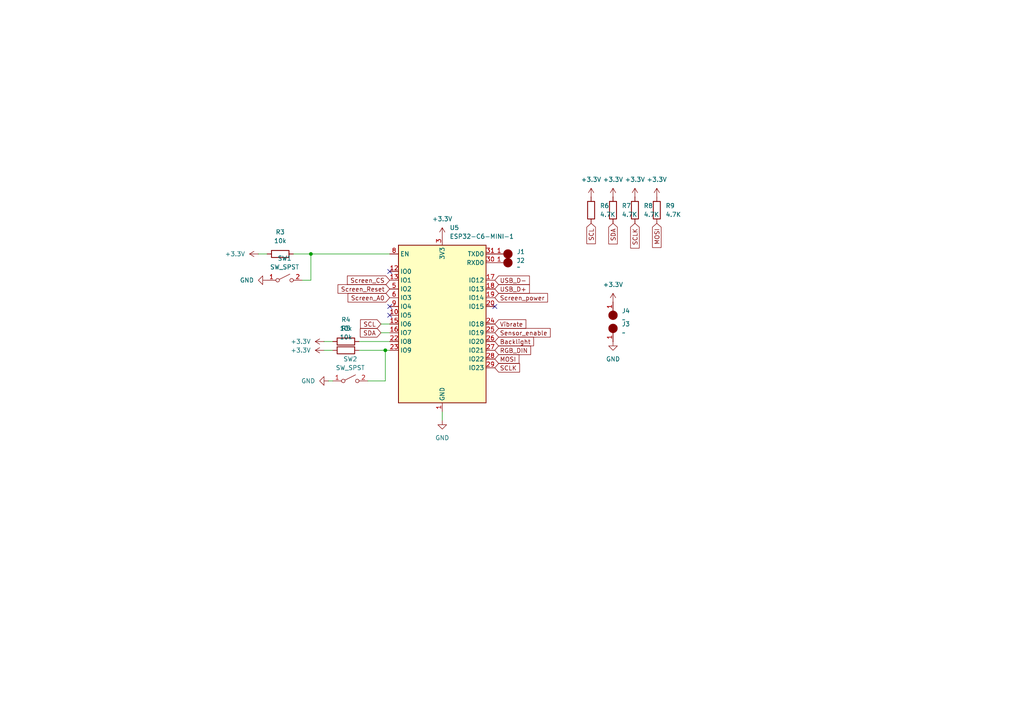
<source format=kicad_sch>
(kicad_sch (version 20250114) (generator "eeschema") (generator_version "9.0")
  (paper "A4")
  (lib_symbols
    (symbol "Device:R" (pin_numbers (hide yes)) (pin_names (offset 0))
      (property "Reference" "R" (at 2.032 0 90))
      (property "Value" "R" (at 0 0 90))
      (symbol "R_0_1"
        (rectangle (start -1.016 -2.54) (end 1.016 2.54) (stroke (width 0.254)))
      )
      (symbol "R_1_1"
        (pin passive line (at 0 3.81 270) (length 1.27) (name "~") (number "1"))
        (pin passive line (at 0 -3.81 90) (length 1.27) (name "~") (number "2"))
      )
    )
    (symbol "RF_Module:ESP32-C6-MINI-1"
      (property "Reference" "U" (at -11.43 24.13 0))
      (property "Value" "ESP32-C6-MINI-1" (at 12.7 24.13 0))
      (symbol "ESP32-C6-MINI-1_0_1"
        (rectangle (start -12.7 22.86) (end 12.7 -22.86) (stroke (width 0.254)) (fill (type background)))
      )
      (symbol "ESP32-C6-MINI-1_1_1"
        (pin input line (at -15.24 20.32 0) (length 2.54) (name "EN") (number "8"))
        (pin bidirectional line (at -15.24 15.24 0) (length 2.54) (name "IO0") (number "12"))
        (pin bidirectional line (at -15.24 12.7 0) (length 2.54) (name "IO1") (number "13"))
        (pin bidirectional line (at -15.24 10.16 0) (length 2.54) (name "IO2") (number "5"))
        (pin bidirectional line (at -15.24 7.62 0) (length 2.54) (name "IO3") (number "6"))
        (pin bidirectional line (at -15.24 5.08 0) (length 2.54) (name "IO4") (number "9"))
        (pin bidirectional line (at -15.24 2.54 0) (length 2.54) (name "IO5") (number "10"))
        (pin bidirectional line (at -15.24 0 0) (length 2.54) (name "IO6") (number "15"))
        (pin bidirectional line (at -15.24 -2.54 0) (length 2.54) (name "IO7") (number "16"))
        (pin bidirectional line (at -15.24 -5.08 0) (length 2.54) (name "IO8") (number "22"))
        (pin bidirectional line (at -15.24 -7.62 0) (length 2.54) (name "IO9") (number "23"))
        (pin no_connect line (at -12.7 -12.7 0) (length 2.54) (hide yes) (name "NC") (number "32"))
        (pin no_connect line (at -12.7 -15.24 0) (length 2.54) (hide yes) (name "NC") (number "33"))
        (pin no_connect line (at -12.7 -17.78 0) (length 2.54) (hide yes) (name "NC") (number "34"))
        (pin no_connect line (at -12.7 -20.32 0) (length 2.54) (hide yes) (name "NC") (number "35"))
        (pin power_in line (at 0 25.4 270) (length 2.54) (name "3V3") (number "3"))
        (pin power_in line (at 0 -25.4 90) (length 2.54) (name "GND") (number "1"))
        (pin passive line (at 0 -25.4 90) (length 2.54) (hide yes) (name "GND") (number "11"))
        (pin passive line (at 0 -25.4 90) (length 2.54) (hide yes) (name "GND") (number "14"))
        (pin passive line (at 0 -25.4 90) (length 2.54) (hide yes) (name "GND") (number "2"))
        (pin passive line (at 0 -25.4 90) (length 2.54) (hide yes) (name "GND") (number "36"))
        (pin passive line (at 0 -25.4 90) (length 2.54) (hide yes) (name "GND") (number "37"))
        (pin passive line (at 0 -25.4 90) (length 2.54) (hide yes) (name "GND") (number "38"))
        (pin passive line (at 0 -25.4 90) (length 2.54) (hide yes) (name "GND") (number "39"))
        (pin passive line (at 0 -25.4 90) (length 2.54) (hide yes) (name "GND") (number "40"))
        (pin passive line (at 0 -25.4 90) (length 2.54) (hide yes) (name "GND") (number "41"))
        (pin passive line (at 0 -25.4 90) (length 2.54) (hide yes) (name "GND") (number "42"))
        (pin passive line (at 0 -25.4 90) (length 2.54) (hide yes) (name "GND") (number "43"))
        (pin passive line (at 0 -25.4 90) (length 2.54) (hide yes) (name "GND") (number "44"))
        (pin passive line (at 0 -25.4 90) (length 2.54) (hide yes) (name "GND") (number "45"))
        (pin passive line (at 0 -25.4 90) (length 2.54) (hide yes) (name "GND") (number "46"))
        (pin passive line (at 0 -25.4 90) (length 2.54) (hide yes) (name "GND") (number "47"))
        (pin passive line (at 0 -25.4 90) (length 2.54) (hide yes) (name "GND") (number "48"))
        (pin passive line (at 0 -25.4 90) (length 2.54) (hide yes) (name "GND") (number "49"))
        (pin passive line (at 0 -25.4 90) (length 2.54) (hide yes) (name "GND") (number "50"))
        (pin passive line (at 0 -25.4 90) (length 2.54) (hide yes) (name "GND") (number "51"))
        (pin passive line (at 0 -25.4 90) (length 2.54) (hide yes) (name "GND") (number "52"))
        (pin passive line (at 0 -25.4 90) (length 2.54) (hide yes) (name "GND") (number "53"))
        (pin no_connect line (at 12.7 -15.24 180) (length 2.54) (hide yes) (name "NC") (number "4"))
        (pin no_connect line (at 12.7 -17.78 180) (length 2.54) (hide yes) (name "NC") (number "7"))
        (pin no_connect line (at 12.7 -20.32 180) (length 2.54) (hide yes) (name "NC") (number "21"))
        (pin bidirectional line (at 15.24 20.32 180) (length 2.54) (name "TXD0") (number "31"))
        (pin bidirectional line (at 15.24 17.78 180) (length 2.54) (name "RXD0") (number "30"))
        (pin bidirectional line (at 15.24 12.7 180) (length 2.54) (name "IO12") (number "17"))
        (pin bidirectional line (at 15.24 10.16 180) (length 2.54) (name "IO13") (number "18"))
        (pin bidirectional line (at 15.24 7.62 180) (length 2.54) (name "IO14") (number "19"))
        (pin bidirectional line (at 15.24 5.08 180) (length 2.54) (name "IO15") (number "20"))
        (pin bidirectional line (at 15.24 0 180) (length 2.54) (name "IO18") (number "24"))
        (pin bidirectional line (at 15.24 -2.54 180) (length 2.54) (name "IO19") (number "25"))
        (pin bidirectional line (at 15.24 -5.08 180) (length 2.54) (name "IO20") (number "26"))
        (pin bidirectional line (at 15.24 -7.62 180) (length 2.54) (name "IO21") (number "27"))
        (pin bidirectional line (at 15.24 -10.16 180) (length 2.54) (name "IO22") (number "28"))
        (pin bidirectional line (at 15.24 -12.7 180) (length 2.54) (name "IO23") (number "29"))
      )
    )
    (symbol "Solder_pad_1"
      (property "Reference" "J1" (at 2.54 -1.9049 0))
      (property "Value" "~" (at 2.54 -3.81 0))
      (symbol "Solder_pad_1_1_1"
        (circle (center 0 -2.54) (radius 1.27) (fill (type outline)))
        (pin passive line (at -3.81 -2.54 0) (length 2.54) (name "") (number "1"))
      )
    )
    (symbol "Switch:SW_SPST" (pin_names (offset 0) (hide yes))
      (property "Reference" "SW" (at 0 3.175 0))
      (property "Value" "SW_SPST" (at 0 -2.54 0))
      (symbol "SW_SPST_0_0"
        (circle (center -2.032 0) (radius 0.508))
        (polyline (pts (xy -1.524 0.254) (xy 1.524 1.778)))
        (circle (center 2.032 0) (radius 0.508))
      )
      (symbol "SW_SPST_1_1"
        (pin passive line (at -5.08 0 0) (length 2.54) (name "A") (number "1"))
        (pin passive line (at 5.08 0 180) (length 2.54) (name "B") (number "2"))
      )
    )
    (symbol "power:+3.3V" (power) (pin_numbers (hide yes)) (pin_names (offset 0) (hide yes))
      (property "Value" "+3.3V" (at 0 3.556 0))
      (symbol "+3.3V_0_1"
        (polyline (pts (xy -0.762 1.27) (xy 0 2.54)))
        (polyline (pts (xy 0 2.54) (xy 0.762 1.27)))
        (polyline (pts (xy 0 0) (xy 0 2.54)))
      )
      (symbol "+3.3V_1_1"
        (pin power_in line (at 0 0 90) (length 0) (name "~") (number "1"))
      )
    )
    (symbol "power:GND" (power) (pin_numbers (hide yes)) (pin_names (offset 0) (hide yes))
      (property "Value" "GND" (at 0 -3.81 0))
      (symbol "GND_0_1"
        (polyline (pts (xy 0 0) (xy 0 -1.27) (xy 1.27 -1.27) (xy 0 -2.54) (xy -1.27 -1.27) (xy 0 -1.27)))
      )
      (symbol "GND_1_1"
        (pin power_in line (at 0 0 270) (length 0) (name "~") (number "1"))
      )
    )
  )
  (junction (at 90.17 73.66))
  (junction (at 111.76 101.6))
  (no_connect (at 143.51 88.9))
  (no_connect (at 113.03 91.44))
  (no_connect (at 113.03 78.74))
  (no_connect (at 113.03 88.9))
  (wire (pts (xy 74.93 73.66) (xy 77.47 73.66)))
  (wire (pts (xy 104.14 99.06) (xy 113.03 99.06)))
  (wire (pts (xy 90.17 73.66) (xy 113.03 73.66)))
  (wire (pts (xy 90.17 73.66) (xy 90.17 81.28)))
  (wire (pts (xy 128.27 119.38) (xy 128.27 121.92)))
  (wire (pts (xy 113.03 93.98) (xy 110.49 93.98)))
  (wire (pts (xy 93.98 101.6) (xy 96.52 101.6)))
  (wire (pts (xy 95.25 110.49) (xy 96.52 110.49)))
  (wire (pts (xy 111.76 101.6) (xy 113.03 101.6)))
  (wire (pts (xy 113.03 96.52) (xy 110.49 96.52)))
  (wire (pts (xy 87.63 81.28) (xy 90.17 81.28)))
  (wire (pts (xy 111.76 101.6) (xy 111.76 110.49)))
  (wire (pts (xy 85.09 73.66) (xy 90.17 73.66)))
  (wire (pts (xy 104.14 101.6) (xy 111.76 101.6)))
  (wire (pts (xy 93.98 99.06) (xy 96.52 99.06)))
  (wire (pts (xy 106.68 110.49) (xy 111.76 110.49)))
  (global_label "Screen_power" (shape input) (at 143.51 86.36 0) (property "Intersheetrefs" "${INTERSHEET_REFS}" (effects (hide yes))))
  (global_label "Screen_A0" (shape input) (at 113.03 86.36 180) (property "Intersheetrefs" "${INTERSHEET_REFS}" (effects (hide yes))))
  (global_label "Vibrate" (shape input) (at 143.51 93.98 0) (property "Intersheetrefs" "${INTERSHEET_REFS}" (effects (hide yes))))
  (global_label "SCLK" (shape input) (at 143.51 106.68 0) (property "Intersheetrefs" "${INTERSHEET_REFS}" (effects (hide yes))))
  (global_label "USB_D+" (shape input) (at 143.51 83.82 0) (property "Intersheetrefs" "${INTERSHEET_REFS}" (effects (hide yes))))
  (global_label "SCL" (shape input) (at 171.45 64.77 270) (property "Intersheetrefs" "${INTERSHEET_REFS}" (effects (hide yes))))
  (global_label "RGB_DIN" (shape input) (at 143.51 101.6 0) (property "Intersheetrefs" "${INTERSHEET_REFS}" (effects (hide yes))))
  (global_label "USB_D-" (shape input) (at 143.51 81.28 0) (property "Intersheetrefs" "${INTERSHEET_REFS}" (effects (hide yes))))
  (global_label "MOSI" (shape input) (at 143.51 104.14 0) (property "Intersheetrefs" "${INTERSHEET_REFS}" (effects (hide yes))))
  (global_label "MOSI" (shape input) (at 190.5 64.77 270) (property "Intersheetrefs" "${INTERSHEET_REFS}" (effects (hide yes))))
  (global_label "Screen_CS" (shape input) (at 113.03 81.28 180) (property "Intersheetrefs" "${INTERSHEET_REFS}" (effects (hide yes))))
  (global_label "SCLK" (shape input) (at 184.15 64.77 270) (property "Intersheetrefs" "${INTERSHEET_REFS}" (effects (hide yes))))
  (global_label "Sensor_enable" (shape input) (at 143.51 96.52 0) (property "Intersheetrefs" "${INTERSHEET_REFS}" (effects (hide yes))))
  (global_label "SCL" (shape input) (at 110.49 93.98 180) (property "Intersheetrefs" "${INTERSHEET_REFS}" (effects (hide yes))))
  (global_label "SDA" (shape input) (at 110.49 96.52 180) (property "Intersheetrefs" "${INTERSHEET_REFS}" (effects (hide yes))))
  (global_label "Backlight" (shape input) (at 143.51 99.06 0) (property "Intersheetrefs" "${INTERSHEET_REFS}" (effects (hide yes))))
  (global_label "SDA" (shape input) (at 177.8 64.77 270) (property "Intersheetrefs" "${INTERSHEET_REFS}" (effects (hide yes))))
  (global_label "Screen_Reset" (shape input) (at 113.03 83.82 180) (property "Intersheetrefs" "${INTERSHEET_REFS}" (effects (hide yes))))
  (symbol (lib_id "power:+3.3V") (at 177.8 57.15 0) (unit 1)
    (property "Reference" "#PWR023" (effects (hide yes)))
    (property "Value" "+3.3V" (at 177.8 52.07 0))
    (property "Description" "Power symbol creates a global label with name \"+3.3V\"" (effects (hide yes)))
  )
  (symbol (lib_id "power:GND") (at 95.25 110.49 270) (unit 1)
    (property "Reference" "#PWR019" (effects (hide yes)))
    (property "Value" "GND" (at 91.44 110.4899 90) (effects (justify right)))
    (property "Description" "Power symbol creates a global label with name \"GND\" , ground" (effects (hide yes)))
  )
  (symbol (lib_id "power:+3.3V") (at 93.98 101.6 90) (unit 1)
    (property "Reference" "#PWR018" (effects (hide yes)))
    (property "Value" "+3.3V" (at 90.17 101.5999 90) (effects (justify left)))
    (property "Description" "Power symbol creates a global label with name \"+3.3V\"" (effects (hide yes)))
  )
  (symbol (lib_name "Solder_pad_1") (lib_id "SmarterWatch_symbols_j:Solder_pad") (at 147.32 71.12 0) (unit 1)
    (property "Reference" "J1" (at 149.86 73.0249 0) (effects (justify left)))
    (property "Value" "~" (at 149.86 74.93 0) (effects (justify left)))
    (property "Footprint" "Connector_Wire:SolderWirePad_1x01_SMD_2x4mm" (effects (hide yes)))
  )
  (symbol (lib_id "power:+3.3V") (at 74.93 73.66 90) (unit 1)
    (property "Reference" "#PWR015" (effects (hide yes)))
    (property "Value" "+3.3V" (at 71.12 73.6599 90) (effects (justify left)))
    (property "Description" "Power symbol creates a global label with name \"+3.3V\"" (effects (hide yes)))
  )
  (symbol (lib_id "Device:R") (at 100.33 99.06 90) (unit 1)
    (property "Reference" "R4" (at 100.33 92.71 90))
    (property "Value" "10k" (at 100.33 95.25 90))
    (property "Footprint" "Resistor_SMD:R_0402_1005Metric" (effects (hide yes)))
    (property "Description" "Resistor" (effects (hide yes)))
  )
  (symbol (lib_id "Device:R") (at 81.28 73.66 90) (unit 1)
    (property "Reference" "R3" (at 81.28 67.31 90))
    (property "Value" "10k" (at 81.28 69.85 90))
    (property "Footprint" "Resistor_SMD:R_0402_1005Metric" (effects (hide yes)))
    (property "Description" "Resistor" (effects (hide yes)))
  )
  (symbol (lib_id "power:GND") (at 128.27 121.92 0) (unit 1)
    (property "Reference" "#PWR021" (effects (hide yes)))
    (property "Value" "GND" (at 128.27 127 0))
    (property "Description" "Power symbol creates a global label with name \"GND\" , ground" (effects (hide yes)))
  )
  (symbol (lib_id "power:+3.3V") (at 184.15 57.15 0) (unit 1)
    (property "Reference" "#PWR026" (effects (hide yes)))
    (property "Value" "+3.3V" (at 184.15 52.07 0))
    (property "Description" "Power symbol creates a global label with name \"+3.3V\"" (effects (hide yes)))
  )
  (symbol (lib_id "power:+3.3V") (at 177.8 87.63 0) (unit 1)
    (property "Reference" "#PWR024" (effects (hide yes)))
    (property "Value" "+3.3V" (at 177.8 82.55 0))
    (property "Description" "Power symbol creates a global label with name \"+3.3V\"" (effects (hide yes)))
  )
  (symbol (lib_id "RF_Module:ESP32-C6-MINI-1") (at 128.27 93.98 0) (unit 1)
    (property "Reference" "U5" (at 130.4133 66.04 0) (effects (justify left)))
    (property "Value" "ESP32-C6-MINI-1" (at 130.4133 68.58 0) (effects (justify left)))
    (property "Footprint" "RF_Module:ESP32-C6-MINI-1" (effects (hide yes)))
    (property "Datasheet" "https://www.espressif.com/sites/default/files/documentation/esp32-c6-mini-1_mini-1u_datasheet_en.pdf" (effects (hide yes)))
    (property "Description" "RF Module, ESP32-C6 SoC, Wi-Fi 802.11b/g/n/ax, Bluetooth, BLE, Zigbee, Thread, 32-bit, 3.3V, SMD, onboard antenna" (effects (hide yes)))
  )
  (symbol (lib_id "Switch:SW_SPST") (at 101.6 110.49 0) (unit 1)
    (property "Reference" "SW2" (at 101.6 104.14 0))
    (property "Value" "SW_SPST" (at 101.6 106.68 0))
    (property "Footprint" "Custom_Foot:SMD_Button_6mm_SPST" (effects (hide yes)))
    (property "Description" "Single Pole Single Throw (SPST) switch" (effects (hide yes)))
  )
  (symbol (lib_id "Device:R") (at 171.45 60.96 0) (unit 1)
    (property "Reference" "R6" (at 173.99 59.6899 0) (effects (justify left)))
    (property "Value" "4.7K" (at 173.99 62.2299 0) (effects (justify left)))
    (property "Footprint" "Resistor_SMD:R_0402_1005Metric" (effects (hide yes)))
    (property "Description" "Resistor" (effects (hide yes)))
  )
  (symbol (lib_id "power:GND") (at 177.8 99.06 0) (unit 1)
    (property "Reference" "#PWR025" (effects (hide yes)))
    (property "Value" "GND" (at 177.8 104.14 0))
    (property "Description" "Power symbol creates a global label with name \"GND\" , ground" (effects (hide yes)))
  )
  (symbol (lib_id "Device:R") (at 190.5 60.96 0) (unit 1)
    (property "Reference" "R9" (at 193.04 59.6899 0) (effects (justify left)))
    (property "Value" "4.7K" (at 193.04 62.2299 0) (effects (justify left)))
    (property "Footprint" "Resistor_SMD:R_0402_1005Metric" (effects (hide yes)))
    (property "Description" "Resistor" (effects (hide yes)))
  )
  (symbol (lib_id "power:+3.3V") (at 93.98 99.06 90) (unit 1)
    (property "Reference" "#PWR017" (effects (hide yes)))
    (property "Value" "+3.3V" (at 90.17 99.0599 90) (effects (justify left)))
    (property "Description" "Power symbol creates a global label with name \"+3.3V\"" (effects (hide yes)))
  )
  (symbol (lib_id "power:+3.3V") (at 171.45 57.15 0) (unit 1)
    (property "Reference" "#PWR022" (effects (hide yes)))
    (property "Value" "+3.3V" (at 171.45 52.07 0))
    (property "Description" "Power symbol creates a global label with name \"+3.3V\"" (effects (hide yes)))
  )
  (symbol (lib_id "power:GND") (at 77.47 81.28 270) (unit 1)
    (property "Reference" "#PWR016" (effects (hide yes)))
    (property "Value" "GND" (at 73.66 81.2799 90) (effects (justify right)))
    (property "Description" "Power symbol creates a global label with name \"GND\" , ground" (effects (hide yes)))
  )
  (symbol (lib_id "Device:R") (at 177.8 60.96 0) (unit 1)
    (property "Reference" "R7" (at 180.34 59.6899 0) (effects (justify left)))
    (property "Value" "4.7K" (at 180.34 62.2299 0) (effects (justify left)))
    (property "Footprint" "Resistor_SMD:R_0402_1005Metric" (effects (hide yes)))
    (property "Description" "Resistor" (effects (hide yes)))
  )
  (symbol (lib_id "Switch:SW_SPST") (at 82.55 81.28 0) (unit 1)
    (property "Reference" "SW1" (at 82.55 74.93 0))
    (property "Value" "SW_SPST" (at 82.55 77.47 0))
    (property "Footprint" "Custom_Foot:SMD_Button_6mm_SPST" (effects (hide yes)))
    (property "Description" "Single Pole Single Throw (SPST) switch" (effects (hide yes)))
  )
  (symbol (lib_id "power:+3.3V") (at 128.27 68.58 0) (unit 1)
    (property "Reference" "#PWR020" (effects (hide yes)))
    (property "Value" "+3.3V" (at 128.27 63.5 0))
    (property "Description" "Power symbol creates a global label with name \"+3.3V\"" (effects (hide yes)))
  )
  (symbol (lib_id "Device:R") (at 184.15 60.96 0) (unit 1)
    (property "Reference" "R8" (at 186.69 59.6899 0) (effects (justify left)))
    (property "Value" "4.7K" (at 186.69 62.2299 0) (effects (justify left)))
    (property "Footprint" "Resistor_SMD:R_0402_1005Metric" (effects (hide yes)))
    (property "Description" "Resistor" (effects (hide yes)))
  )
  (symbol (lib_name "Solder_pad_1") (lib_id "SmarterWatch_symbols_j:Solder_pad") (at 175.26 95.25 90) (unit 1)
    (property "Reference" "J3" (at 180.34 93.9799 90) (effects (justify right)))
    (property "Value" "~" (at 180.34 96.5199 90) (effects (justify right)))
    (property "Footprint" "Connector_Wire:SolderWirePad_1x01_SMD_2x4mm" (effects (hide yes)))
  )
  (symbol (lib_name "Solder_pad_1") (lib_id "SmarterWatch_symbols_j:Solder_pad") (at 147.32 73.66 0) (unit 1)
    (property "Reference" "J2" (at 149.86 75.5649 0) (effects (justify left)))
    (property "Value" "~" (at 149.86 77.47 0) (effects (justify left)))
    (property "Footprint" "Connector_Wire:SolderWirePad_1x01_SMD_2x4mm" (effects (hide yes)))
  )
  (symbol (lib_id "power:+3.3V") (at 190.5 57.15 0) (unit 1)
    (property "Reference" "#PWR027" (effects (hide yes)))
    (property "Value" "+3.3V" (at 190.5 52.07 0))
    (property "Description" "Power symbol creates a global label with name \"+3.3V\"" (effects (hide yes)))
  )
  (symbol (lib_id "Device:R") (at 100.33 101.6 90) (unit 1)
    (property "Reference" "R5" (at 100.33 95.25 90))
    (property "Value" "10k" (at 100.33 97.79 90))
    (property "Footprint" "Resistor_SMD:R_0402_1005Metric" (effects (hide yes)))
    (property "Description" "Resistor" (effects (hide yes)))
  )
  (symbol (lib_name "Solder_pad_1") (lib_id "SmarterWatch_symbols_j:Solder_pad") (at 180.34 91.44 270) (unit 1)
    (property "Reference" "J4" (at 180.34 90.1699 90) (effects (justify left)))
    (property "Value" "~" (at 180.34 92.7099 90) (effects (justify left)))
    (property "Footprint" "Connector_Wire:SolderWirePad_1x01_SMD_2x4mm" (effects (hide yes)))
  )
)
</source>
